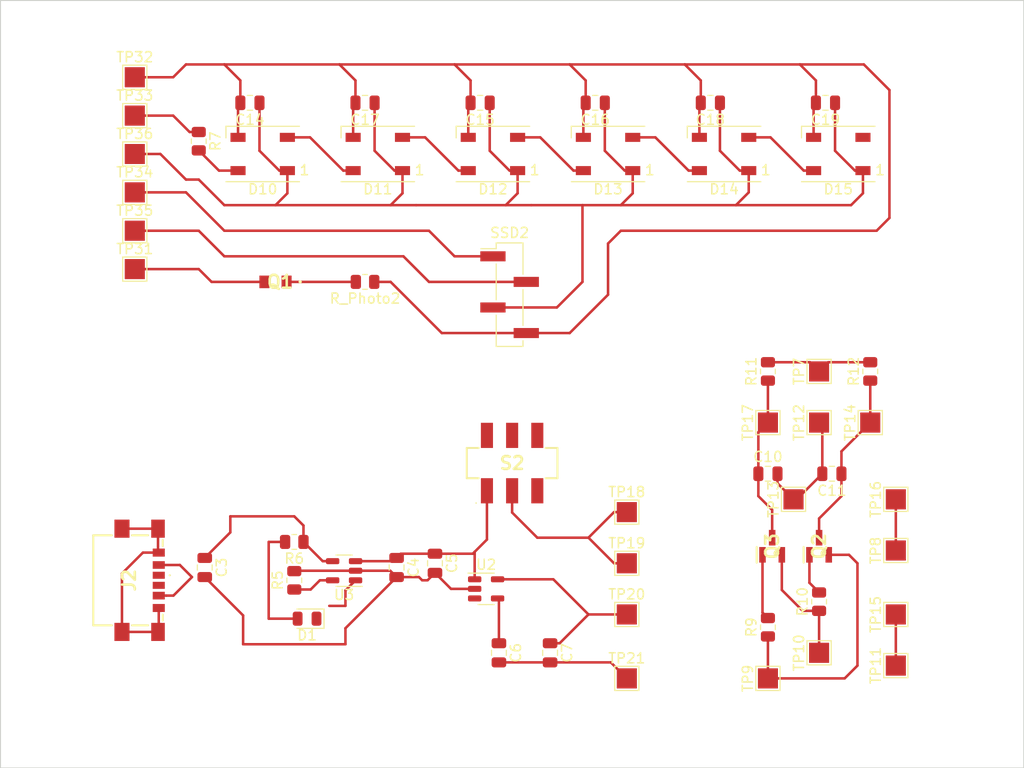
<source format=kicad_pcb>
(kicad_pcb (version 20221018) (generator pcbnew)
  (layers (0 "F.Cu" signal) (31 "B.Cu" signal) (34 "B.Paste" user) (35 "F.Paste" user) (36 "B.SilkS" user "B.Silkscreen") (37 "F.SilkS" user "F.Silkscreen") (38 "B.Mask" user) (39 "F.Mask" user) (44 "Edge.Cuts" user))
  (net 0 "")
  (net 1 "Net-(D10-VDD)")
  (net 2 "Net-(D10-VSS)")
  (net 3 "Net-(D10-DOUT)")
  (net 4 "Net-(D10-DIN)")
  (net 5 "Net-(D11-DOUT)")
  (net 6 "Net-(D12-DOUT)")
  (net 7 "Net-(D13-DOUT)")
  (net 8 "Net-(D14-DOUT)")
  (net 10 "Net-(R7-Pad1)")
  (net 11 "Net-(Q1-E)")
  (net 12 "Net-(SSD2-Pin_1)")
  (net 13 "Net-(SSD2-Pin_2)")
  (net 14 "Net-(Q1-C)")
  (net 15 "Net-(U3-V_{DD})")
  (net 16 "Net-(U2-GND)")
  (net 17 "Net-(U2-VIN)")
  (net 18 "Net-(U2-Bypass)")
  (net 19 "Net-(U2-VOUT)")
  (net 20 "Net-(Q3-D)")
  (net 21 "Net-(C10-Pad2)")
  (net 22 "Net-(Q2-D)")
  (net 23 "Net-(D1-K)")
  (net 24 "Net-(D1-A)")
  (net 27 "Net-(Q2-G)")
  (net 28 "Net-(Q2-S)")
  (net 29 "Net-(Q3-G)")
  (net 30 "Net-(Q3-S)")
  (net 31 "Net-(U3-PROG)")
  (net 32 "Net-(R11-Pad2)")
  (net 33 "Net-(S2-Pad2)")
  (net 38 "Net-(TP16-Pad1)")
  (net 39 "Net-(TP11-Pad1)")
  (footprint "TestPoint:TestPoint_Pad_2.0x2.0mm" (layer "F.Cu") (at 139.7 105.41 90)
    (fp_text reference "TP8" (at 0 -1.998 90) (layer "F.SilkS"))
    (fp_text value "TXD")
    (pad "1" smd rect (at 0 0 90) (size 2 2) (layers "F.Cu" "F.Mask") (net 38 "Net-(TP16-Pad1)"))
  )
  (footprint "TestPoint:TestPoint_Pad_2.0x2.0mm" (layer "F.Cu") (at 64.135 69.85)
    (fp_text reference "TP34" (at 0 -1.998) (layer "F.SilkS"))
    (fp_text value "SDA")
    (pad "1" smd rect (at 0 0) (size 2 2) (layers "F.Cu" "F.Mask") (net 12 "Net-(SSD2-Pin_1)"))
  )
  (footprint "Capacitor_SMD:C_0805_2012Metric" (layer "F.Cu") (at 90.13 107.1 -90)
    (fp_text reference "C4" (at 0 -1.68 90) (layer "F.SilkS"))
    (fp_text value "4.7µF")
    (pad "1" smd roundrect (at -0.95 0 270) (size 1 1.45) (layers "F.Cu" "F.Paste" "F.Mask") (net 17 "Net-(U2-VIN)"))
    (pad "2" smd roundrect (at 0.95 0 270) (size 1 1.45) (layers "F.Cu" "F.Paste" "F.Mask") (net 16 "Net-(U2-GND)"))
  )
  (footprint "TestPoint:TestPoint_Pad_2.0x2.0mm" (layer "F.Cu") (at 139.7 111.76 90)
    (fp_text reference "TP15" (at 0 -1.998 90) (layer "F.SilkS"))
    (fp_text value "FL_RXD")
    (pad "1" smd rect (at 0 0 90) (size 2 2) (layers "F.Cu" "F.Mask") (net 39 "Net-(TP11-Pad1)"))
  )
  (footprint "Resistor_SMD:R_0805_2012Metric" (layer "F.Cu") (at 137.16 87.63 90)
    (fp_text reference "R12" (at 0 -1.65 90) (layer "F.SilkS"))
    (fp_text value "10kΩ")
    (pad "1" smd roundrect (at -0.9125 0 90) (size 1.025 1.4) (layers "F.Cu" "F.Paste" "F.Mask") (roundrect_rratio 0.243902) (net 22 "Net-(Q2-D)"))
    (pad "2" smd roundrect (at 0.9125 0 90) (size 1.025 1.4) (layers "F.Cu" "F.Paste" "F.Mask") (roundrect_rratio 0.243902) (net 32 "Net-(R11-Pad2)"))
  )
  (footprint "LED_SMD:LED_WS2812B_PLCC4_5.0x5.0mm_P3.2mm" (layer "F.Cu") (at 88.265 66.04 180)
    (fp_text reference "D11" (at 0 -3.5) (layer "F.SilkS"))
    (fp_text value "WS2812B")
    (fp_text user "1" (at -4.15 -1.6) (layer "F.SilkS"))
    (pad "1" smd rect (at -2.45 -1.65 180) (size 1.5 0.9) (layers "F.Cu" "F.Paste" "F.Mask") (net 1 "Net-(D10-VDD)"))
    (pad "2" smd rect (at -2.45 1.65 180) (size 1.5 0.9) (layers "F.Cu" "F.Paste" "F.Mask") (net 5 "Net-(D11-DOUT)"))
    (pad "3" smd rect (at 2.45 1.65 180) (size 1.5 0.9) (layers "F.Cu" "F.Paste" "F.Mask") (net 2 "Net-(D10-VSS)"))
    (pad "4" smd rect (at 2.45 -1.65 180) (size 1.5 0.9) (layers "F.Cu" "F.Paste" "F.Mask") (net 3 "Net-(D10-DOUT)"))
  )
  (footprint "Capacitor_SMD:C_0805_2012Metric" (layer "F.Cu") (at 105.37 115.57 -90)
    (fp_text reference "C7" (at 0 -1.68 90) (layer "F.SilkS"))
    (fp_text value "1µF")
    (pad "1" smd roundrect (at -0.95 0 270) (size 1 1.45) (layers "F.Cu" "F.Paste" "F.Mask") (net 19 "Net-(U2-VOUT)"))
    (pad "2" smd roundrect (at 0.95 0 270) (size 1 1.45) (layers "F.Cu" "F.Paste" "F.Mask") (net 16 "Net-(U2-GND)"))
  )
  (footprint "Capacitor_SMD:C_0805_2012Metric" (layer "F.Cu") (at 127 97.79)
    (fp_text reference "C10" (at 0 -1.68) (layer "F.SilkS"))
    (fp_text value "0.1µF")
    (pad "1" smd roundrect (at -0.95 0) (size 1 1.45) (layers "F.Cu" "F.Paste" "F.Mask") (net 20 "Net-(Q3-D)"))
    (pad "2" smd roundrect (at 0.95 0) (size 1 1.45) (layers "F.Cu" "F.Paste" "F.Mask") (net 21 "Net-(C10-Pad2)"))
  )
  (footprint "Capacitor_SMD:C_0805_2012Metric" (layer "F.Cu") (at 71.08 107.1 -90)
    (fp_text reference "C3" (at 0 -1.68 90) (layer "F.SilkS"))
    (fp_text value "4.7µF")
    (pad "1" smd roundrect (at -0.95 0 270) (size 1 1.45) (layers "F.Cu" "F.Paste" "F.Mask") (net 15 "Net-(U3-V_{DD})"))
    (pad "2" smd roundrect (at 0.95 0 270) (size 1 1.45) (layers "F.Cu" "F.Paste" "F.Mask") (net 16 "Net-(U2-GND)"))
  )
  (footprint "LED_SMD:LED_0805_2012Metric" (layer "F.Cu") (at 81.24 112.18 180)
    (fp_text reference "D1" (at 0 -1.65) (layer "F.SilkS"))
    (fp_text value "LED")
    (pad "1" smd roundrect (at -0.9375 0 180) (size 0.975 1.4) (layers "F.Cu" "F.Paste" "F.Mask") (net 23 "Net-(D1-K)"))
    (pad "2" smd roundrect (at 0.9375 0 180) (size 0.975 1.4) (layers "F.Cu" "F.Paste" "F.Mask") (net 24 "Net-(D1-A)"))
  )
  (footprint "LED_SMD:LED_WS2812B_PLCC4_5.0x5.0mm_P3.2mm" (layer "F.Cu") (at 111.125 66.04 180)
    (fp_text reference "D13" (at 0 -3.5) (layer "F.SilkS"))
    (fp_text value "WS2812B")
    (fp_text user "1" (at -4.15 -1.6) (layer "F.SilkS"))
    (pad "1" smd rect (at -2.45 -1.65 180) (size 1.5 0.9) (layers "F.Cu" "F.Paste" "F.Mask") (net 1 "Net-(D10-VDD)"))
    (pad "2" smd rect (at -2.45 1.65 180) (size 1.5 0.9) (layers "F.Cu" "F.Paste" "F.Mask") (net 7 "Net-(D13-DOUT)"))
    (pad "3" smd rect (at 2.45 1.65 180) (size 1.5 0.9) (layers "F.Cu" "F.Paste" "F.Mask") (net 2 "Net-(D10-VSS)"))
    (pad "4" smd rect (at 2.45 -1.65 180) (size 1.5 0.9) (layers "F.Cu" "F.Paste" "F.Mask") (net 6 "Net-(D12-DOUT)"))
  )
  (footprint "Capacitor_SMD:C_0805_2012Metric" (layer "F.Cu") (at 100.29 115.57 -90)
    (fp_text reference "C6" (at 0 -1.68 90) (layer "F.SilkS"))
    (fp_text value "470pF")
    (pad "1" smd roundrect (at -0.95 0 270) (size 1 1.45) (layers "F.Cu" "F.Paste" "F.Mask") (net 18 "Net-(U2-Bypass)"))
    (pad "2" smd roundrect (at 0.95 0 270) (size 1 1.45) (layers "F.Cu" "F.Paste" "F.Mask") (net 16 "Net-(U2-GND)"))
  )
  (footprint "Capacitor_SMD:C_0805_2012Metric" (layer "F.Cu") (at 86.995 60.96 180)
    (fp_text reference "C17" (at 0 -1.68) (layer "F.SilkS"))
    (fp_text value "0.1µF")
    (pad "1" smd roundrect (at -0.95 0 180) (size 1 1.45) (layers "F.Cu" "F.Paste" "F.Mask") (net 1 "Net-(D10-VDD)"))
    (pad "2" smd roundrect (at 0.95 0 180) (size 1 1.45) (layers "F.Cu" "F.Paste" "F.Mask") (net 2 "Net-(D10-VSS)"))
  )
  (footprint "TestPoint:TestPoint_Pad_2.0x2.0mm" (layer "F.Cu") (at 64.135 66.04)
    (fp_text reference "TP36" (at 0 -1.998) (layer "F.SilkS"))
    (fp_text value "+4.4V")
    (pad "1" smd rect (at 0 0) (size 2 2) (layers "F.Cu" "F.Mask") (net 1 "Net-(D10-VDD)"))
  )
  (footprint "Resistor_SMD:R_0805_2012Metric" (layer "F.Cu") (at 132.08 110.49 90)
    (fp_text reference "R10" (at 0 -1.65 90) (layer "F.SilkS"))
    (fp_text value "10kΩ")
    (pad "1" smd roundrect (at -0.9125 0 90) (size 1.025 1.4) (layers "F.Cu" "F.Paste" "F.Mask") (roundrect_rratio 0.243902) (net 30 "Net-(Q3-S)"))
    (pad "2" smd roundrect (at 0.9125 0 90) (size 1.025 1.4) (layers "F.Cu" "F.Paste" "F.Mask") (roundrect_rratio 0.243902) (net 27 "Net-(Q2-G)"))
  )
  (footprint "TestPoint:TestPoint_Pad_2.0x2.0mm" (layer "F.Cu") (at 64.135 77.47)
    (fp_text reference "TP31" (at 0 -1.998) (layer "F.SilkS"))
    (fp_text value "GPIO_Photo")
    (pad "1" smd rect (at 0 0) (size 2 2) (layers "F.Cu" "F.Mask") (net 14 "Net-(Q1-C)"))
  )
  (footprint "SFH_3711:SFH3711" (layer "F.Cu") (at 78.105 78.74 180)
    (fp_text reference "Q1" (at -0.45 0 180) (layer "F.SilkS") (effects (font (size 1.27 1.27) (thickness 0.254))))
    (fp_text value "SFH_3711" hide)
    (pad "1" smd rect (at -1.1 0 180) (size 1 1.25) (layers "F.Cu" "F.Paste" "F.Mask") (net 11 "Net-(Q1-E)"))
    (pad "2" smd rect (at 1.1 0 180) (size 1 1.25) (layers "F.Cu" "F.Paste" "F.Mask") (net 14 "Net-(Q1-C)"))
  )
  (footprint "Connector_PinHeader_2.54mm:PinHeader_1x04_P2.54mm_Vertical_SMD_Pin1Left" (layer "F.Cu") (at 101.35 80.01)
    (fp_text reference "SSD2" (at 0 -6.14) (layer "F.SilkS"))
    (fp_text value "Conn_01x04_Pin")
    (pad "1" smd rect (at -1.655 -3.81) (size 2.51 1) (layers "F.Cu" "F.Paste" "F.Mask") (net 12 "Net-(SSD2-Pin_1)"))
    (pad "2" smd rect (at 1.655 -1.27) (size 2.51 1) (layers "F.Cu" "F.Paste" "F.Mask") (net 13 "Net-(SSD2-Pin_2)"))
    (pad "3" smd rect (at -1.655 1.27) (size 2.51 1) (layers "F.Cu" "F.Paste" "F.Mask") (net 1 "Net-(D10-VDD)"))
    (pad "4" smd rect (at 1.655 3.81) (size 2.51 1) (layers "F.Cu" "F.Paste" "F.Mask") (net 2 "Net-(D10-VSS)"))
  )
  (footprint "Resistor_SMD:R_0805_2012Metric" (layer "F.Cu") (at 79.97 108.37 90)
    (fp_text reference "R5" (at 0 -1.65 90) (layer "F.SilkS"))
    (fp_text value "2kΩ")
    (pad "1" smd roundrect (at -0.9125 0 90) (size 1.025 1.4) (layers "F.Cu" "F.Paste" "F.Mask") (roundrect_rratio 0.243902) (net 31 "Net-(U3-PROG)"))
    (pad "2" smd roundrect (at 0.9125 0 90) (size 1.025 1.4) (layers "F.Cu" "F.Paste" "F.Mask") (roundrect_rratio 0.243902) (net 16 "Net-(U2-GND)"))
  )
  (footprint "USB4135-GF-A:USB4135GFA" (layer "F.Cu") (at 63.46 108.37 -90)
    (fp_text reference "J2" (at 0 -0.102 90) (layer "F.SilkS") (effects (font (size 1.27 1.27) (thickness 0.254))))
    (fp_text value "USB4135-GF-A" hide)
    (pad "A5" smd rect (at -0.5 -3.055 270) (size 0.7 1.2) (layers "F.Cu" "F.Paste" "F.Mask"))
    (pad "A9" smd rect (at 1.52 -3.055 270) (size 0.76 1.2) (layers "F.Cu" "F.Paste" "F.Mask") (net 15 "Net-(U3-V_{DD})"))
    (pad "A12" smd rect (at 2.75 -3.055 270) (size 0.8 1.2) (layers "F.Cu" "F.Paste" "F.Mask") (net 16 "Net-(U2-GND)"))
    (pad "B5" smd rect (at 0.5 -3.055 270) (size 0.7 1.2) (layers "F.Cu" "F.Paste" "F.Mask"))
    (pad "B9" smd rect (at -1.52 -3.055 270) (size 0.76 1.2) (layers "F.Cu" "F.Paste" "F.Mask") (net 15 "Net-(U3-V_{DD})"))
    (pad "B12" smd rect (at -2.75 -3.055 270) (size 0.8 1.2) (layers "F.Cu" "F.Paste" "F.Mask") (net 16 "Net-(U2-GND)"))
    (pad "MP1" smd rect (at -5.125 -2.98) (size 1.35 1.8) (layers "F.Cu" "F.Paste" "F.Mask") (net 16 "Net-(U2-GND)"))
    (pad "MP2" smd rect (at 5.125 -2.98) (size 1.35 1.8) (layers "F.Cu" "F.Paste" "F.Mask") (net 16 "Net-(U2-GND)"))
    (pad "MP3" smd rect (at -5.125 0.6) (size 1.5 1.8) (layers "F.Cu" "F.Paste" "F.Mask") (net 16 "Net-(U2-GND)"))
    (pad "MP4" smd rect (at 5.125 0.6) (size 1.5 1.8) (layers "F.Cu" "F.Paste" "F.Mask") (net 16 "Net-(U2-GND)"))
  )
  (footprint "Resistor_SMD:R_0805_2012Metric" (layer "F.Cu") (at 70.485 64.77 -90)
    (fp_text reference "R7" (at 0 -1.65 90) (layer "F.SilkS"))
    (fp_text value "330Ω")
    (pad "1" smd roundrect (at -0.9125 0 270) (size 1.025 1.4) (layers "F.Cu" "F.Paste" "F.Mask") (roundrect_rratio 0.243902) (net 10 "Net-(R7-Pad1)"))
    (pad "2" smd roundrect (at 0.9125 0 270) (size 1.025 1.4) (layers "F.Cu" "F.Paste" "F.Mask") (roundrect_rratio 0.243902) (net 4 "Net-(D10-DIN)"))
  )
  (footprint "TestPoint:TestPoint_Pad_2.0x2.0mm" (layer "F.Cu") (at 64.135 62.23)
    (fp_text reference "TP33" (at 0 -1.998) (layer "F.SilkS"))
    (fp_text value "GPIO_Pixel")
    (pad "1" smd rect (at 0 0) (size 2 2) (layers "F.Cu" "F.Mask") (net 10 "Net-(R7-Pad1)"))
  )
  (footprint "TestPoint:TestPoint_Pad_2.0x2.0mm" (layer "F.Cu") (at 132.08 87.63 90)
    (fp_text reference "TP7" (at 0 -1.998 90) (layer "F.SilkS"))
    (fp_text value "+3.3V")
    (pad "1" smd rect (at 0 0 90) (size 2 2) (layers "F.Cu" "F.Mask") (net 32 "Net-(R11-Pad2)"))
  )
  (footprint "Package_TO_SOT_SMD:SOT-23-5" (layer "F.Cu") (at 84.9175 107.42 180)
    (fp_text reference "U3" (at 0 -2.4) (layer "F.SilkS"))
    (fp_text value "MCP73831-2-OT")
    (pad "1" smd roundrect (at -1.1375 -0.95 180) (size 1.325 0.6) (layers "F.Cu" "F.Paste" "F.Mask") (net 23 "Net-(D1-K)"))
    (pad "2" smd roundrect (at -1.1375 0 180) (size 1.325 0.6) (layers "F.Cu" "F.Paste" "F.Mask") (net 16 "Net-(U2-GND)"))
    (pad "3" smd roundrect (at -1.1375 0.95 180) (size 1.325 0.6) (layers "F.Cu" "F.Paste" "F.Mask") (net 17 "Net-(U2-VIN)"))
    (pad "4" smd roundrect (at 1.1375 0.95 180) (size 1.325 0.6) (layers "F.Cu" "F.Paste" "F.Mask") (net 15 "Net-(U3-V_{DD})"))
    (pad "5" smd roundrect (at 1.1375 -0.95 180) (size 1.325 0.6) (layers "F.Cu" "F.Paste" "F.Mask") (net 31 "Net-(U3-PROG)"))
  )
  (footprint "Capacitor_SMD:C_0805_2012Metric" (layer "F.Cu") (at 133.35 97.79 180)
    (fp_text reference "C11" (at 0 -1.68) (layer "F.SilkS"))
    (fp_text value "470nF")
    (pad "1" smd roundrect (at -0.95 0 180) (size 1 1.45) (layers "F.Cu" "F.Paste" "F.Mask") (net 22 "Net-(Q2-D)"))
    (pad "2" smd roundrect (at 0.95 0 180) (size 1 1.45) (layers "F.Cu" "F.Paste" "F.Mask") (net 21 "Net-(C10-Pad2)"))
  )
  (footprint "TestPoint:TestPoint_Pad_2.0x2.0mm" (layer "F.Cu") (at 127 118.11 90)
    (fp_text reference "TP9" (at 0 -1.998 90) (layer "F.SilkS"))
    (fp_text value "DTR")
    (pad "1" smd rect (at 0 0 90) (size 2 2) (layers "F.Cu" "F.Mask") (net 28 "Net-(Q2-S)"))
  )
  (footprint "Capacitor_SMD:C_0805_2012Metric" (layer "F.Cu") (at 98.425 60.96 180)
    (fp_text reference "C15" (at 0 -1.68) (layer "F.SilkS"))
    (fp_text value "0.1µF")
    (pad "1" smd roundrect (at -0.95 0 180) (size 1 1.45) (layers "F.Cu" "F.Paste" "F.Mask") (net 1 "Net-(D10-VDD)"))
    (pad "2" smd roundrect (at 0.95 0 180) (size 1 1.45) (layers "F.Cu" "F.Paste" "F.Mask") (net 2 "Net-(D10-VSS)"))
  )
  (footprint "Capacitor_SMD:C_0805_2012Metric" (layer "F.Cu") (at 93.94 106.68 -90)
    (fp_text reference "C5" (at 0 -1.68 90) (layer "F.SilkS"))
    (fp_text value "1µF")
    (pad "1" smd roundrect (at -0.95 0 270) (size 1 1.45) (layers "F.Cu" "F.Paste" "F.Mask") (net 17 "Net-(U2-VIN)"))
    (pad "2" smd roundrect (at 0.95 0 270) (size 1 1.45) (layers "F.Cu" "F.Paste" "F.Mask") (net 16 "Net-(U2-GND)"))
  )
  (footprint "JS202011SCQN:JS202011SCQN" (layer "F.Cu") (at 101.6 96.73)
    (fp_text reference "S2" (at 0 0.002) (layer "F.SilkS") (effects (font (size 1.27 1.27) (thickness 0.254))))
    (fp_text value "JS202011SCQN" hide)
    (pad "1" smd rect (at -2.5 2.75) (size 1.2 2.5) (layers "F.Cu" "F.Paste" "F.Mask") (net 17 "Net-(U2-VIN)"))
    (pad "2" smd rect (at 0 2.75) (size 1.2 2.5) (layers "F.Cu" "F.Paste" "F.Mask") (net 33 "Net-(S2-Pad2)"))
    (pad "3" smd rect (at 2.5 2.75) (size 1.2 2.5) (layers "F.Cu" "F.Paste" "F.Mask"))
    (pad "4" smd rect (at 2.5 -2.75) (size 1.2 2.5) (layers "F.Cu" "F.Paste" "F.Mask"))
    (pad "5" smd rect (at 0 -2.75) (size 1.2 2.5) (layers "F.Cu" "F.Paste" "F.Mask"))
    (pad "6" smd rect (at -2.5 -2.75) (size 1.2 2.5) (layers "F.Cu" "F.Paste" "F.Mask"))
  )
  (footprint "TestPoint:TestPoint_Pad_2.0x2.0mm" (layer "F.Cu") (at 112.99 118.11)
    (fp_text reference "TP21" (at 0 -1.998) (layer "F.SilkS"))
    (fp_text value "GND")
    (pad "1" smd rect (at 0 0) (size 2 2) (layers "F.Cu" "F.Mask") (net 16 "Net-(U2-GND)"))
  )
  (footprint "Resistor_SMD:R_0805_2012Metric" (layer "F.Cu") (at 127 87.63 90)
    (fp_text reference "R11" (at 0 -1.65 90) (layer "F.SilkS"))
    (fp_text value "10kΩ")
    (pad "1" smd roundrect (at -0.9125 0 90) (size 1.025 1.4) (layers "F.Cu" "F.Paste" "F.Mask") (roundrect_rratio 0.243902) (net 20 "Net-(Q3-D)"))
    (pad "2" smd roundrect (at 0.9125 0 90) (size 1.025 1.4) (layers "F.Cu" "F.Paste" "F.Mask") (roundrect_rratio 0.243902) (net 32 "Net-(R11-Pad2)"))
  )
  (footprint "Resistor_SMD:R_0805_2012Metric" (layer "F.Cu") (at 86.995 78.74 180)
    (fp_text reference "R_Photo2" (at 0 -1.65) (layer "F.SilkS"))
    (fp_text value "0Ω")
    (pad "1" smd roundrect (at -0.9125 0 180) (size 1.025 1.4) (layers "F.Cu" "F.Paste" "F.Mask") (roundrect_rratio 0.243902) (net 2 "Net-(D10-VSS)"))
    (pad "2" smd roundrect (at 0.9125 0 180) (size 1.025 1.4) (layers "F.Cu" "F.Paste" "F.Mask") (roundrect_rratio 0.243902) (net 11 "Net-(Q1-E)"))
  )
  (footprint "Resistor_SMD:R_0805_2012Metric" (layer "F.Cu") (at 127 113.03 90)
    (fp_text reference "R9" (at 0 -1.65 90) (layer "F.SilkS"))
    (fp_text value "10kΩ")
    (pad "1" smd roundrect (at -0.9125 0 90) (size 1.025 1.4) (layers "F.Cu" "F.Paste" "F.Mask") (roundrect_rratio 0.243902) (net 28 "Net-(Q2-S)"))
    (pad "2" smd roundrect (at 0.9125 0 90) (size 1.025 1.4) (layers "F.Cu" "F.Paste" "F.Mask") (roundrect_rratio 0.243902) (net 29 "Net-(Q3-G)"))
  )
  (footprint "TestPoint:TestPoint_Pad_2.0x2.0mm" (layer "F.Cu") (at 139.7 100.33 90)
    (fp_text reference "TP16" (at 0 -1.998 90) (layer "F.SilkS"))
    (fp_text value "FL_TXD")
    (pad "1" smd rect (at 0 0 90) (size 2 2) (layers "F.Cu" "F.Mask") (net 38 "Net-(TP16-Pad1)"))
  )
  (footprint "Package_TO_SOT_SMD:SOT-23-5" (layer "F.Cu") (at 99.02 109.22)
    (fp_text reference "U2" (at 0 -2.4) (layer "F.SilkS"))
    (fp_text value "TC1185-xCT")
    (pad "1" smd roundrect (at -1.1375 -0.95) (size 1.325 0.6) (layers "F.Cu" "F.Paste" "F.Mask") (net 17 "Net-(U2-VIN)"))
    (pad "2" smd roundrect (at -1.1375 0) (size 1.325 0.6) (layers "F.Cu" "F.Paste" "F.Mask") (net 16 "Net-(U2-GND)"))
    (pad "3" smd roundrect (at -1.1375 0.95) (size 1.325 0.6) (layers "F.Cu" "F.Paste" "F.Mask") (net 17 "Net-(U2-VIN)"))
    (pad "4" smd roundrect (at 1.1375 0.95) (size 1.325 0.6) (layers "F.Cu" "F.Paste" "F.Mask") (net 18 "Net-(U2-Bypass)"))
    (pad "5" smd roundrect (at 1.1375 -0.95) (size 1.325 0.6) (layers "F.Cu" "F.Paste" "F.Mask") (net 19 "Net-(U2-VOUT)"))
  )
  (footprint "LED_SMD:LED_WS2812B_PLCC4_5.0x5.0mm_P3.2mm" (layer "F.Cu") (at 122.645 66.04 180)
    (fp_text reference "D14" (at 0 -3.5) (layer "F.SilkS"))
    (fp_text value "WS2812B")
    (fp_text user "1" (at -4.15 -1.6) (layer "F.SilkS"))
    (pad "1" smd rect (at -2.45 -1.65 180) (size 1.5 0.9) (layers "F.Cu" "F.Paste" "F.Mask") (net 1 "Net-(D10-VDD)"))
    (pad "2" smd rect (at -2.45 1.65 180) (size 1.5 0.9) (layers "F.Cu" "F.Paste" "F.Mask") (net 8 "Net-(D14-DOUT)"))
    (pad "3" smd rect (at 2.45 1.65 180) (size 1.5 0.9) (layers "F.Cu" "F.Paste" "F.Mask") (net 2 "Net-(D10-VSS)"))
    (pad "4" smd rect (at 2.45 -1.65 180) (size 1.5 0.9) (layers "F.Cu" "F.Paste" "F.Mask") (net 7 "Net-(D13-DOUT)"))
  )
  (footprint "TestPoint:TestPoint_Pad_2.0x2.0mm" (layer "F.Cu") (at 127 92.71 90)
    (fp_text reference "TP17" (at 0 -1.998 90) (layer "F.SilkS"))
    (fp_text value "FL_RST")
    (pad "1" smd rect (at 0 0 90) (size 2 2) (layers "F.Cu" "F.Mask") (net 20 "Net-(Q3-D)"))
  )
  (footprint "LED_SMD:LED_WS2812B_PLCC4_5.0x5.0mm_P3.2mm" (layer "F.Cu") (at 133.985 66.04 180)
    (fp_text reference "D15" (at 0 -3.5) (layer "F.SilkS"))
    (fp_text value "WS2812B")
    (fp_text user "1" (at -4.15 -1.6) (layer "F.SilkS"))
    (pad "1" smd rect (at -2.45 -1.65 180) (size 1.5 0.9) (layers "F.Cu" "F.Paste" "F.Mask") (net 1 "Net-(D10-VDD)"))
    (pad "2" smd rect (at -2.45 1.65 180) (size 1.5 0.9) (layers "F.Cu" "F.Paste" "F.Mask"))
    (pad "3" smd rect (at 2.45 1.65 180) (size 1.5 0.9) (layers "F.Cu" "F.Paste" "F.Mask") (net 2 "Net-(D10-VSS)"))
    (pad "4" smd rect (at 2.45 -1.65 180) (size 1.5 0.9) (layers "F.Cu" "F.Paste" "F.Mask") (net 8 "Net-(D14-DOUT)"))
  )
  (footprint "TestPoint:TestPoint_Pad_2.0x2.0mm" (layer "F.Cu") (at 132.08 92.71 90)
    (fp_text reference "TP12" (at 0 -1.998 90) (layer "F.SilkS"))
    (fp_text value "GND")
    (pad "1" smd rect (at 0 0 90) (size 2 2) (layers "F.Cu" "F.Mask") (net 21 "Net-(C10-Pad2)"))
  )
  (footprint "TestPoint:TestPoint_Pad_2.0x2.0mm" (layer "F.Cu") (at 129.54 100.33 90)
    (fp_text reference "TP13" (at 0 -1.998 90) (layer "F.SilkS"))
    (fp_text value "GND")
    (pad "1" smd rect (at 0 0 90) (size 2 2) (layers "F.Cu" "F.Mask") (net 21 "Net-(C10-Pad2)"))
  )
  (footprint "2N7002:SOT96P240X120-3N" (layer "F.Cu") (at 127.42 104.99 90)
    (fp_text reference "Q3" (at 0 0 90) (layer "F.SilkS") (effects (font (size 1.27 1.27) (thickness 0.254))))
    (fp_text value "2N7002" hide)
    (pad "1" smd rect (at -0.85 -0.96 180) (size 0.65 1.55) (layers "F.Cu" "F.Paste" "F.Mask") (net 29 "Net-(Q3-G)"))
    (pad "2" smd rect (at -0.85 0.96 180) (size 0.65 1.55) (layers "F.Cu" "F.Paste" "F.Mask") (net 30 "Net-(Q3-S)"))
    (pad "3" smd rect (at 0.85 0 180) (size 0.65 1.55) (layers "F.Cu" "F.Paste" "F.Mask") (net 20 "Net-(Q3-D)"))
  )
  (footprint "Capacitor_SMD:C_0805_2012Metric" (layer "F.Cu") (at 109.855 60.96 180)
    (fp_text reference "C16" (at 0 -1.68) (layer "F.SilkS"))
    (fp_text value "0.1µF")
    (pad "1" smd roundrect (at -0.95 0 180) (size 1 1.45) (layers "F.Cu" "F.Paste" "F.Mask") (net 1 "Net-(D10-VDD)"))
    (pad "2" smd roundrect (at 0.95 0 180) (size 1 1.45) (layers "F.Cu" "F.Paste" "F.Mask") (net 2 "Net-(D10-VSS)"))
  )
  (footprint "LED_SMD:LED_WS2812B_PLCC4_5.0x5.0mm_P3.2mm" (layer "F.Cu") (at 99.695 66.04 180)
    (fp_text reference "D12" (at 0 -3.5) (layer "F.SilkS"))
    (fp_text value "WS2812B")
    (fp_text user "1" (at -4.15 -1.6) (layer "F.SilkS"))
    (pad "1" smd rect (at -2.45 -1.65 180) (size 1.5 0.9) (layers "F.Cu" "F.Paste" "F.Mask") (net 1 "Net-(D10-VDD)"))
    (pad "2" smd rect (at -2.45 1.65 180) (size 1.5 0.9) (layers "F.Cu" "F.Paste" "F.Mask") (net 6 "Net-(D12-DOUT)"))
    (pad "3" smd rect (at 2.45 1.65 180) (size 1.5 0.9) (layers "F.Cu" "F.Paste" "F.Mask") (net 2 "Net-(D10-VSS)"))
    (pad "4" smd rect (at 2.45 -1.65 180) (size 1.5 0.9) (layers "F.Cu" "F.Paste" "F.Mask") (net 5 "Net-(D11-DOUT)"))
  )
  (footprint "TestPoint:TestPoint_Pad_2.0x2.0mm" (layer "F.Cu") (at 132.08 115.57 90)
    (fp_text reference "TP10" (at 0 -1.998 90) (layer "F.SilkS"))
    (fp_text value "RTS")
    (pad "1" smd rect (at 0 0 90) (size 2 2) (layers "F.Cu" "F.Mask") (net 30 "Net-(Q3-S)"))
  )
  (footprint "TestPoint:TestPoint_Pad_2.0x2.0mm" (layer "F.Cu") (at 112.99 106.68)
    (fp_text reference "TP19" (at 0 -1.998) (layer "F.SilkS"))
    (fp_text value "VBat")
    (pad "1" smd rect (at 0 0) (size 2 2) (layers "F.Cu" "F.Mask") (net 33 "Net-(S2-Pad2)"))
  )
  (footprint "TestPoint:TestPoint_Pad_2.0x2.0mm" (layer "F.Cu") (at 112.99 101.6)
    (fp_text reference "TP18" (at 0 -1.998) (layer "F.SilkS"))
    (fp_text value "+4.2V")
    (pad "1" smd rect (at 0 0) (size 2 2) (layers "F.Cu" "F.Mask") (net 33 "Net-(S2-Pad2)"))
  )
  (footprint "TestPoint:TestPoint_Pad_2.0x2.0mm" (layer "F.Cu") (at 139.7 116.84 90)
    (fp_text reference "TP11" (at 0 -1.998 90) (layer "F.SilkS"))
    (fp_text value "RXD")
    (pad "1" smd rect (at 0 0 90) (size 2 2) (layers "F.Cu" "F.Mask") (net 39 "Net-(TP11-Pad1)"))
  )
  (footprint "Capacitor_SMD:C_0805_2012Metric" (layer "F.Cu") (at 121.285 60.96 180)
    (fp_text reference "C18" (at 0 -1.68) (layer "F.SilkS"))
    (fp_text value "0.1µF")
    (pad "1" smd roundrect (at -0.95 0 180) (size 1 1.45) (layers "F.Cu" "F.Paste" "F.Mask") (net 1 "Net-(D10-VDD)"))
    (pad "2" smd roundrect (at 0.95 0 180) (size 1 1.45) (layers "F.Cu" "F.Paste" "F.Mask") (net 2 "Net-(D10-VSS)"))
  )
  (footprint "Resistor_SMD:R_0805_2012Metric" (layer "F.Cu") (at 79.97 104.56 180)
    (fp_text reference "R6" (at 0 -1.65) (layer "F.SilkS"))
    (fp_text value "330Ω")
    (pad "1" smd roundrect (at -0.9125 0 180) (size 1.025 1.4) (layers "F.Cu" "F.Paste" "F.Mask") (roundrect_rratio 0.243902) (net 15 "Net-(U3-V_{DD})"))
    (pad "2" smd roundrect (at 0.9125 0 180) (size 1.025 1.4) (layers "F.Cu" "F.Paste" "F.Mask") (roundrect_rratio 0.243902) (net 24 "Net-(D1-A)"))
  )
  (footprint "LED_SMD:LED_WS2812B_PLCC4_5.0x5.0mm_P3.2mm" (layer "F.Cu") (at 76.835 66.04 180)
    (fp_text reference "D10" (at 0 -3.5) (layer "F.SilkS"))
    (fp_text value "WS2812B")
    (fp_text user "1" (at -4.15 -1.6) (layer "F.SilkS"))
    (pad "1" smd rect (at -2.45 -1.65 180) (size 1.5 0.9) (layers "F.Cu" "F.Paste" "F.Mask") (net 1 "Net-(D10-VDD)"))
    (pad "2" smd rect (at -2.45 1.65 180) (size 1.5 0.9) (layers "F.Cu" "F.Paste" "F.Mask") (net 3 "Net-(D10-DOUT)"))
    (pad "3" smd rect (at 2.45 1.65 180) (size 1.5 0.9) (layers "F.Cu" "F.Paste" "F.Mask") (net 2 "Net-(D10-VSS)"))
    (pad "4" smd rect (at 2.45 -1.65 180) (size 1.5 0.9) (layers "F.Cu" "F.Paste" "F.Mask") (net 4 "Net-(D10-DIN)"))
  )
  (footprint "TestPoint:TestPoint_Pad_2.0x2.0mm" (layer "F.Cu") (at 64.135 73.66)
    (fp_text reference "TP35" (at 0 -1.998) (layer "F.SilkS"))
    (fp_text value "SCL")
    (pad "1" smd rect (at 0 0) (size 2 2) (layers "F.Cu" "F.Mask") (net 13 "Net-(SSD2-Pin_2)"))
  )
  (footprint "2N7002:SOT96P240X120-3N" (layer "F.Cu") (at 132.08 104.99 90)
    (fp_text reference "Q2" (at 0 0 90) (layer "F.SilkS") (effects (font (size 1.27 1.27) (thickness 0.254))))
    (fp_text value "2N7002" hide)
    (pad "1" smd rect (at -0.85 -0.96 180) (size 0.65 1.55) (layers "F.Cu" "F.Paste" "F.Mask") (net 27 "Net-(Q2-G)"))
    (pad "2" smd rect (at -0.85 0.96 180) (size 0.65 1.55) (layers "F.Cu" "F.Paste" "F.Mask") (net 28 "Net-(Q2-S)"))
    (pad "3" smd rect (at 0.85 0 180) (size 0.65 1.55) (layers "F.Cu" "F.Paste" "F.Mask") (net 22 "Net-(Q2-D)"))
  )
  (footprint "TestPoint:TestPoint_Pad_2.0x2.0mm" (layer "F.Cu") (at 64.135 58.42)
    (fp_text reference "TP32" (at 0 -1.998) (layer "F.SilkS"))
    (fp_text value "GND")
    (pad "1" smd rect (at 0 0) (size 2 2) (layers "F.Cu" "F.Mask") (net 2 "Net-(D10-VSS)"))
  )
  (footprint "TestPoint:TestPoint_Pad_2.0x2.0mm" (layer "F.Cu") (at 137.16 92.71 90)
    (fp_text reference "TP14" (at 0 -1.998 90) (layer "F.SilkS"))
    (fp_text value "FL_EN")
    (pad "1" smd rect (at 0 0 90) (size 2 2) (layers "F.Cu" "F.Mask") (net 22 "Net-(Q2-D)"))
  )
  (footprint "Capacitor_SMD:C_0805_2012Metric" (layer "F.Cu") (at 132.715 60.96 180)
    (fp_text reference "C19" (at 0 -1.68) (layer "F.SilkS"))
    (fp_text value "0.1µF")
    (pad "1" smd roundrect (at -0.95 0 180) (size 1 1.45) (layers "F.Cu" "F.Paste" "F.Mask") (net 1 "Net-(D10-VDD)"))
    (pad "2" smd roundrect (at 0.95 0 180) (size 1 1.45) (layers "F.Cu" "F.Paste" "F.Mask") (net 2 "Net-(D10-VSS)"))
  )
  (footprint "TestPoint:TestPoint_Pad_2.0x2.0mm" (layer "F.Cu") (at 112.99 111.76)
    (fp_text reference "TP20" (at 0 -1.998) (layer "F.SilkS"))
    (fp_text value "+3.3V")
    (pad "1" smd rect (at 0 0) (size 2 2) (layers "F.Cu" "F.Mask") (net 19 "Net-(U2-VOUT)"))
  )
  (footprint "Capacitor_SMD:C_0805_2012Metric" (layer "F.Cu") (at 75.565 60.96 180)
    (fp_text reference "C14" (at 0 -1.68) (layer "F.SilkS"))
    (fp_text value "0.1µF")
    (pad "1" smd roundrect (at -0.95 0 180) (size 1 1.45) (layers "F.Cu" "F.Paste" "F.Mask") (net 1 "Net-(D10-VDD)"))
    (pad "2" smd roundrect (at 0.95 0 180) (size 1 1.45) (layers "F.Cu" "F.Paste" "F.Mask") (net 2 "Net-(D10-VSS)"))
  )
  (gr_rect (start 50.8 50.8) (end 152.4 127) (stroke (width 0.1)) (fill none) (layer "Edge.Cuts"))
  (segment (start 122.235 65.72) (end 122.235 60.96) (width 0.25) (layer "F.Cu") (net 1))
  (segment (start 136.435 67.69) (end 136.435 69.94) (width 0.25) (layer "F.Cu") (net 1))
  (segment (start 89.535 71.12) (end 78.105 71.12) (width 0.25) (layer "F.Cu") (net 1))
  (segment (start 136.435 69.94) (end 135.255 71.12) (width 0.25) (layer "F.Cu") (net 1))
  (segment (start 101.345 67.69) (end 99.375 65.72) (width 0.25) (layer "F.Cu") (net 1))
  (segment (start 100.965 71.12) (end 103.505 71.12) (width 0.25) (layer "F.Cu") (net 1))
  (segment (start 99.695 81.28) (end 106.045 81.28) (width 0.25) (layer "F.Cu") (net 1))
  (segment (start 106.045 81.28) (end 108.585 78.74) (width 0.25) (layer "F.Cu") (net 1))
  (segment (start 73.025 71.12) (end 70.485 68.58) (width 0.25) (layer "F.Cu") (net 1))
  (segment (start 112.775 67.69) (end 110.805 65.72) (width 0.25) (layer "F.Cu") (net 1))
  (segment (start 108.585 71.12) (end 112.395 71.12) (width 0.25) (layer "F.Cu") (net 1))
  (segment (start 90.715 67.69) (end 89.915 67.69) (width 0.25) (layer "F.Cu") (net 1))
  (segment (start 89.915 67.69) (end 87.945 65.72) (width 0.25) (layer "F.Cu") (net 1))
  (segment (start 70.485 68.58) (end 69.215 68.58) (width 0.25) (layer "F.Cu") (net 1))
  (segment (start 90.715 69.94) (end 89.535 71.12) (width 0.25) (layer "F.Cu") (net 1))
  (segment (start 113.575 67.69) (end 113.575 69.94) (width 0.25) (layer "F.Cu") (net 1))
  (segment (start 102.145 67.69) (end 102.145 69.94) (width 0.25) (layer "F.Cu") (net 1))
  (segment (start 125.095 67.69) (end 124.205 67.69) (width 0.25) (layer "F.Cu") (net 1))
  (segment (start 89.535 71.12) (end 92.075 71.12) (width 0.25) (layer "F.Cu") (net 1))
  (segment (start 79.285 67.69) (end 79.285 69.94) (width 0.25) (layer "F.Cu") (net 1))
  (segment (start 125.095 69.85) (end 123.825 71.12) (width 0.25) (layer "F.Cu") (net 1))
  (segment (start 110.805 65.72) (end 110.805 60.96) (width 0.25) (layer "F.Cu") (net 1))
  (segment (start 136.435 67.69) (end 135.635 67.69) (width 0.25) (layer "F.Cu") (net 1))
  (segment (start 78.485 67.69) (end 79.285 67.69) (width 0.25) (layer "F.Cu") (net 1))
  (segment (start 99.375 65.72) (end 99.375 60.96) (width 0.25) (layer "F.Cu") (net 1))
  (segment (start 124.205 67.69) (end 122.235 65.72) (width 0.25) (layer "F.Cu") (net 1))
  (segment (start 113.575 67.69) (end 112.775 67.69) (width 0.25) (layer "F.Cu") (net 1))
  (segment (start 112.395 71.12) (end 123.825 71.12) (width 0.25) (layer "F.Cu") (net 1))
  (segment (start 90.715 67.69) (end 90.715 69.94) (width 0.25) (layer "F.Cu") (net 1))
  (segment (start 133.665 65.72) (end 133.665 60.96) (width 0.25) (layer "F.Cu") (net 1))
  (segment (start 66.675 66.04) (end 64.135 66.04) (width 0.25) (layer "F.Cu") (net 1))
  (segment (start 69.215 68.58) (end 66.675 66.04) (width 0.25) (layer "F.Cu") (net 1))
  (segment (start 103.505 71.12) (end 108.585 71.12) (width 0.25) (layer "F.Cu") (net 1))
  (segment (start 135.255 71.12) (end 123.825 71.12) (width 0.25) (layer "F.Cu") (net 1))
  (segment (start 113.575 69.94) (end 112.395 71.12) (width 0.25) (layer "F.Cu") (net 1))
  (segment (start 108.585 78.74) (end 108.585 71.12) (width 0.25) (layer "F.Cu") (net 1))
  (segment (start 76.515 60.96) (end 76.515 65.72) (width 0.25) (layer "F.Cu") (net 1))
  (segment (start 87.945 65.72) (end 87.945 60.96) (width 0.25) (layer "F.Cu") (net 1))
  (segment (start 135.635 67.69) (end 133.665 65.72) (width 0.25) (layer "F.Cu") (net 1))
  (segment (start 102.145 69.94) (end 100.965 71.12) (width 0.25) (layer "F.Cu") (net 1))
  (segment (start 78.105 71.12) (end 73.025 71.12) (width 0.25) (layer "F.Cu") (net 1))
  (segment (start 76.515 65.72) (end 78.485 67.69) (width 0.25) (layer "F.Cu") (net 1))
  (segment (start 79.285 69.94) (end 78.105 71.12) (width 0.25) (layer "F.Cu") (net 1))
  (segment (start 125.095 67.69) (end 125.095 69.85) (width 0.25) (layer "F.Cu") (net 1))
  (segment (start 92.075 71.12) (end 100.965 71.12) (width 0.25) (layer "F.Cu") (net 1))
  (segment (start 102.145 67.69) (end 101.345 67.69) (width 0.25) (layer "F.Cu") (net 1))
  (segment (start 97.245 64.39) (end 97.245 61.19) (width 0.25) (layer "F.Cu") (net 2))
  (segment (start 64.135 58.42) (end 67.945 58.42) (width 0.25) (layer "F.Cu") (net 2))
  (segment (start 108.675 64.39) (end 108.675 61.19) (width 0.25) (layer "F.Cu") (net 2))
  (segment (start 111.125 74.93) (end 111.125 80.01) (width 0.25) (layer "F.Cu") (net 2))
  (segment (start 120.195 64.39) (end 120.195 61.1) (width 0.25) (layer "F.Cu") (net 2))
  (segment (start 111.125 80.01) (end 107.315 83.82) (width 0.25) (layer "F.Cu") (net 2))
  (segment (start 131.765 60.96) (end 131.765 58.74) (width 0.25) (layer "F.Cu") (net 2))
  (segment (start 97.475 58.74) (end 95.885 57.15) (width 0.25) (layer "F.Cu") (net 2))
  (segment (start 74.385 61.19) (end 74.615 60.96) (width 0.25) (layer "F.Cu") (net 2))
  (segment (start 107.315 57.15) (end 118.745 57.15) (width 0.25) (layer "F.Cu") (net 2))
  (segment (start 85.815 64.39) (end 85.815 61.19) (width 0.25) (layer "F.Cu") (net 2))
  (segment (start 85.815 61.19) (end 86.045 60.96) (width 0.25) (layer "F.Cu") (net 2))
  (segment (start 131.765 58.74) (end 130.175 57.15) (width 0.25) (layer "F.Cu") (net 2))
  (segment (start 84.455 57.15) (end 95.885 57.15) (width 0.25) (layer "F.Cu") (net 2))
  (segment (start 69.215 57.15) (end 73.025 57.15) (width 0.25) (layer "F.Cu") (net 2))
  (segment (start 89.535 78.74) (end 94.615 83.82) (width 0.25) (layer "F.Cu") (net 2))
  (segment (start 112.395 73.66) (end 111.125 74.93) (width 0.25) (layer "F.Cu") (net 2))
  (segment (start 136.525 57.15) (end 139.065 59.69) (width 0.25) (layer "F.Cu") (net 2))
  (segment (start 97.475 60.96) (end 97.475 58.74) (width 0.25) (layer "F.Cu") (net 2))
  (segment (start 74.615 58.74) (end 73.025 57.15) (width 0.25) (layer "F.Cu") (net 2))
  (segment (start 108.905 58.74) (end 107.315 57.15) (width 0.25) (layer "F.Cu") (net 2))
  (segment (start 108.905 60.96) (end 108.905 58.74) (width 0.25) (layer "F.Cu") (net 2))
  (segment (start 86.045 58.74) (end 84.455 57.15) (width 0.25) (layer "F.Cu") (net 2))
  (segment (start 73.025 57.15) (end 84.455 57.15) (width 0.25) (layer "F.Cu") (net 2))
  (segment (start 137.795 73.66) (end 112.395 73.66) (width 0.25) (layer "F.Cu") (net 2))
  (segment (start 67.945 58.42) (end 69.215 57.15) (width 0.25) (layer "F.Cu") (net 2))
  (segment (start 120.335 58.74) (end 118.745 57.15) (width 0.25) (layer "F.Cu") (net 2))
  (segment (start 131.535 64.39) (end 131.535 61.19) (width 0.25) (layer "F.Cu") (net 2))
  (segment (start 131.535 61.19) (end 131.765 60.96) (width 0.25) (layer "F.Cu") (net 2))
  (segment (start 120.195 61.1) (end 120.335 60.96) (width 0.25) (layer "F.Cu") (net 2))
  (segment (start 86.045 60.96) (end 86.045 58.74) (width 0.25) (layer "F.Cu") (net 2))
  (segment (start 139.065 72.39) (end 137.795 73.66) (width 0.25) (layer "F.Cu") (net 2))
  (segment (start 130.175 57.15) (end 136.525 57.15) (width 0.25) (layer "F.Cu") (net 2))
  (segment (start 95.885 57.15) (end 107.315 57.15) (width 0.25) (layer "F.Cu") (net 2))
  (segment (start 118.745 57.15) (end 130.175 57.15) (width 0.25) (layer "F.Cu") (net 2))
  (segment (start 74.385 64.39) (end 74.385 61.19) (width 0.25) (layer "F.Cu") (net 2))
  (segment (start 94.615 83.82) (end 103.005 83.82) (width 0.25) (layer "F.Cu") (net 2))
  (segment (start 139.065 59.69) (end 139.065 72.39) (width 0.25) (layer "F.Cu") (net 2))
  (segment (start 120.335 60.96) (end 120.335 58.74) (width 0.25) (layer "F.Cu") (net 2))
  (segment (start 108.675 61.19) (end 108.905 60.96) (width 0.25) (layer "F.Cu") (net 2))
  (segment (start 97.245 61.19) (end 97.475 60.96) (width 0.25) (layer "F.Cu") (net 2))
  (segment (start 107.315 83.82) (end 103.005 83.82) (width 0.25) (layer "F.Cu") (net 2))
  (segment (start 74.615 60.96) (end 74.615 58.74) (width 0.25) (layer "F.Cu") (net 2))
  (segment (start 87.9075 78.74) (end 89.535 78.74) (width 0.25) (layer "F.Cu") (net 2))
  (segment (start 81.535 64.39) (end 84.835 67.69) (width 0.25) (layer "F.Cu") (net 3))
  (segment (start 84.835 67.69) (end 85.815 67.69) (width 0.25) (layer "F.Cu") (net 3))
  (segment (start 79.285 64.39) (end 81.535 64.39) (width 0.25) (layer "F.Cu") (net 3))
  (segment (start 72.4925 67.69) (end 70.485 65.6825) (width 0.25) (layer "F.Cu") (net 4))
  (segment (start 74.385 67.69) (end 72.4925 67.69) (width 0.25) (layer "F.Cu") (net 4))
  (segment (start 90.715 64.39) (end 92.965 64.39) (width 0.25) (layer "F.Cu") (net 5))
  (segment (start 96.265 67.69) (end 97.245 67.69) (width 0.25) (layer "F.Cu") (net 5))
  (segment (start 92.965 64.39) (end 96.265 67.69) (width 0.25) (layer "F.Cu") (net 5))
  (segment (start 104.395 64.39) (end 107.695 67.69) (width 0.25) (layer "F.Cu") (net 6))
  (segment (start 107.695 67.69) (end 108.675 67.69) (width 0.25) (layer "F.Cu") (net 6))
  (segment (start 102.145 64.39) (end 104.395 64.39) (width 0.25) (layer "F.Cu") (net 6))
  (segment (start 115.825 64.39) (end 119.125 67.69) (width 0.25) (layer "F.Cu") (net 7))
  (segment (start 113.575 64.39) (end 115.825 64.39) (width 0.25) (layer "F.Cu") (net 7))
  (segment (start 119.125 67.69) (end 120.195 67.69) (width 0.25) (layer "F.Cu") (net 7))
  (segment (start 130.555 67.69) (end 131.535 67.69) (width 0.25) (layer "F.Cu") (net 8))
  (segment (start 125.095 64.39) (end 127.255 64.39) (width 0.25) (layer "F.Cu") (net 8))
  (segment (start 127.255 64.39) (end 130.555 67.69) (width 0.25) (layer "F.Cu") (net 8))
  (segment (start 67.945 62.23) (end 69.5725 63.8575) (width 0.25) (layer "F.Cu") (net 10))
  (segment (start 69.5725 63.8575) (end 70.485 63.8575) (width 0.25) (layer "F.Cu") (net 10))
  (segment (start 64.135 62.23) (end 67.945 62.23) (width 0.25) (layer "F.Cu") (net 10))
  (segment (start 79.205 78.74) (end 86.0825 78.74) (width 0.25) (layer "F.Cu") (net 11))
  (segment (start 99.695 76.2) (end 95.885 76.2) (width 0.25) (layer "F.Cu") (net 12))
  (segment (start 73.025 73.66) (end 69.215 69.85) (width 0.25) (layer "F.Cu") (net 12))
  (segment (start 69.215 69.85) (end 64.135 69.85) (width 0.25) (layer "F.Cu") (net 12))
  (segment (start 93.345 73.66) (end 73.025 73.66) (width 0.25) (layer "F.Cu") (net 12))
  (segment (start 95.885 76.2) (end 93.345 73.66) (width 0.25) (layer "F.Cu") (net 12))
  (segment (start 73.025 76.2) (end 70.485 73.66) (width 0.25) (layer "F.Cu") (net 13))
  (segment (start 103.005 78.74) (end 93.345 78.74) (width 0.25) (layer "F.Cu") (net 13))
  (segment (start 93.345 78.74) (end 90.805 76.2) (width 0.25) (layer "F.Cu") (net 13))
  (segment (start 70.485 73.66) (end 64.135 73.66) (width 0.25) (layer "F.Cu") (net 13))
  (segment (start 90.805 76.2) (end 73.025 76.2) (width 0.25) (layer "F.Cu") (net 13))
  (segment (start 70.485 77.47) (end 71.755 78.74) (width 0.25) (layer "F.Cu") (net 14))
  (segment (start 64.135 77.47) (end 70.485 77.47) (width 0.25) (layer "F.Cu") (net 14))
  (segment (start 71.755 78.74) (end 77.005 78.74) (width 0.25) (layer "F.Cu") (net 14))
  (segment (start 73.62 103.61) (end 71.08 106.15) (width 0.25) (layer "F.Cu") (net 15))
  (segment (start 69.81 108.05) (end 67.97 109.89) (width 0.25) (layer "F.Cu") (net 15))
  (segment (start 83.78 106.47) (end 82.7925 106.47) (width 0.25) (layer "F.Cu") (net 15))
  (segment (start 68.61 106.85) (end 69.81 108.05) (width 0.25) (layer "F.Cu") (net 15))
  (segment (start 66.515 109.89) (end 67.27 109.89) (width 0.25) (layer "F.Cu") (net 15))
  (segment (start 66.515 106.85) (end 68.61 106.85) (width 0.25) (layer "F.Cu") (net 15))
  (segment (start 73.62 102.02) (end 73.62 103.61) (width 0.25) (layer "F.Cu") (net 15))
  (segment (start 79.97 102.02) (end 73.62 102.02) (width 0.25) (layer "F.Cu") (net 15))
  (segment (start 80.8825 104.56) (end 80.8825 102.9325) (width 0.25) (layer "F.Cu") (net 15))
  (segment (start 67.97 109.89) (end 67.27 109.89) (width 0.25) (layer "F.Cu") (net 15))
  (segment (start 82.7925 106.47) (end 80.8825 104.56) (width 0.25) (layer "F.Cu") (net 15))
  (segment (start 80.8825 102.9325) (end 79.97 102.02) (width 0.25) (layer "F.Cu") (net 15))
  (segment (start 66.44 105.545) (end 66.515 105.62) (width 0.25) (layer "F.Cu") (net 16))
  (segment (start 89.5 107.42) (end 90.13 108.05) (width 0.25) (layer "F.Cu") (net 16))
  (segment (start 90.13 108.05) (end 85.05 113.13) (width 0.25) (layer "F.Cu") (net 16))
  (segment (start 62.86 113.495) (end 66.44 113.495) (width 0.25) (layer "F.Cu") (net 16))
  (segment (start 66.44 103.245) (end 66.44 105.545) (width 0.25) (layer "F.Cu") (net 16))
  (segment (start 74.89 111.86) (end 71.08 108.05) (width 0.25) (layer "F.Cu") (net 16))
  (segment (start 62.86 107.7) (end 62.86 113.495) (width 0.25) (layer "F.Cu") (net 16))
  (segment (start 93.94 107.63) (end 95.53 109.22) (width 0.25) (layer "F.Cu") (net 16))
  (segment (start 105.37 116.52) (end 111.4 116.52) (width 0.25) (layer "F.Cu") (net 16))
  (segment (start 74.89 114.72) (end 74.89 111.86) (width 0.25) (layer "F.Cu") (net 16))
  (segment (start 93.2 108.37) (end 92.67 108.37) (width 0.25) (layer "F.Cu") (net 16))
  (segment (start 93.94 107.63) (end 93.2 108.37) (width 0.25) (layer "F.Cu") (net 16))
  (segment (start 80.0075 107.42) (end 79.97 107.4575) (width 0.25) (layer "F.Cu") (net 16))
  (segment (start 95.53 109.22) (end 97.8825 109.22) (width 0.25) (layer "F.Cu") (net 16))
  (segment (start 92.35 108.05) (end 90.13 108.05) (width 0.25) (layer "F.Cu") (net 16))
  (segment (start 86.055 107.42) (end 80.0075 107.42) (width 0.25) (layer "F.Cu") (net 16))
  (segment (start 85.05 114.72) (end 74.89 114.72) (width 0.25) (layer "F.Cu") (net 16))
  (segment (start 86.055 107.42) (end 89.5 107.42) (width 0.25) (layer "F.Cu") (net 16))
  (segment (start 66.515 111.12) (end 66.515 113.42) (width 0.25) (layer "F.Cu") (net 16))
  (segment (start 85.05 113.13) (end 85.05 114.72) (width 0.25) (layer "F.Cu") (net 16))
  (segment (start 92.67 108.37) (end 92.35 108.05) (width 0.25) (layer "F.Cu") (net 16))
  (segment (start 64.94 105.62) (end 62.86 107.7) (width 0.25) (layer "F.Cu") (net 16))
  (segment (start 111.4 116.52) (end 112.99 118.11) (width 0.25) (layer "F.Cu") (net 16))
  (segment (start 66.515 113.42) (end 66.44 113.495) (width 0.25) (layer "F.Cu") (net 16))
  (segment (start 66.515 105.62) (end 64.94 105.62) (width 0.25) (layer "F.Cu") (net 16))
  (segment (start 62.86 103.245) (end 66.44 103.245) (width 0.25) (layer "F.Cu") (net 16))
  (segment (start 100.29 116.52) (end 105.37 116.52) (width 0.25) (layer "F.Cu") (net 16))
  (segment (start 99.1 104.325) (end 99.1 99.48) (width 0.25) (layer "F.Cu") (net 17))
  (segment (start 93.94 105.73) (end 97.695 105.73) (width 0.25) (layer "F.Cu") (net 17))
  (segment (start 90.55 105.73) (end 90.13 106.15) (width 0.25) (layer "F.Cu") (net 17))
  (segment (start 93.94 105.73) (end 90.55 105.73) (width 0.25) (layer "F.Cu") (net 17))
  (segment (start 89.81 106.47) (end 90.13 106.15) (width 0.25) (layer "F.Cu") (net 17))
  (segment (start 86.055 106.47) (end 89.81 106.47) (width 0.25) (layer "F.Cu") (net 17))
  (segment (start 97.8825 105.5425) (end 99.1 104.325) (width 0.25) (layer "F.Cu") (net 17))
  (segment (start 97.695 105.73) (end 97.8825 105.5425) (width 0.25) (layer "F.Cu") (net 17))
  (segment (start 97.8825 108.27) (end 97.8825 105.5425) (width 0.25) (layer "F.Cu") (net 17))
  (segment (start 100.29 114.62) (end 100.29 110.3025) (width 0.25) (layer "F.Cu") (net 18))
  (segment (start 100.29 110.3025) (end 100.1575 110.17) (width 0.25) (layer "F.Cu") (net 18))
  (segment (start 105.37 114.62) (end 106.32 114.62) (width 0.25) (layer "F.Cu") (net 19))
  (segment (start 109.18 111.76) (end 105.69 108.27) (width 0.25) (layer "F.Cu") (net 19))
  (segment (start 105.69 108.27) (end 100.1575 108.27) (width 0.25) (layer "F.Cu") (net 19))
  (segment (start 112.99 111.76) (end 109.18 111.76) (width 0.25) (layer "F.Cu") (net 19))
  (segment (start 106.32 114.62) (end 109.18 111.76) (width 0.25) (layer "F.Cu") (net 19))
  (segment (start 126.05 93.66) (end 127 92.71) (width 0.25) (layer "F.Cu") (net 20))
  (segment (start 127 92.71) (end 127 88.5425) (width 0.25) (layer "F.Cu") (net 20))
  (segment (start 127.42 101.38) (end 126.05 100.01) (width 0.25) (layer "F.Cu") (net 20))
  (segment (start 126.05 97.79) (end 126.05 100.01) (width 0.25) (layer "F.Cu") (net 20))
  (segment (start 127.42 104.14) (end 127.42 101.38) (width 0.25) (layer "F.Cu") (net 20))
  (segment (start 126.05 97.79) (end 126.05 93.66) (width 0.25) (layer "F.Cu") (net 20))
  (segment (start 129.86 100.33) (end 132.4 97.79) (width 0.25) (layer "F.Cu") (net 21))
  (segment (start 127.95 98.74) (end 129.54 100.33) (width 0.25) (layer "F.Cu") (net 21))
  (segment (start 132.4 97.79) (end 132.4 93.03) (width 0.25) (layer "F.Cu") (net 21))
  (segment (start 132.4 93.03) (end 132.08 92.71) (width 0.25) (layer "F.Cu") (net 21))
  (segment (start 127.95 97.79) (end 127.95 98.74) (width 0.25) (layer "F.Cu") (net 21))
  (segment (start 129.54 100.33) (end 129.86 100.33) (width 0.25) (layer "F.Cu") (net 21))
  (segment (start 134.3 100.01) (end 132.08 102.23) (width 0.25) (layer "F.Cu") (net 22))
  (segment (start 132.08 102.23) (end 132.08 104.14) (width 0.25) (layer "F.Cu") (net 22))
  (segment (start 137.16 92.71) (end 137.16 88.5425) (width 0.25) (layer "F.Cu") (net 22))
  (segment (start 134.3 97.79) (end 134.3 95.57) (width 0.25) (layer "F.Cu") (net 22))
  (segment (start 134.3 95.57) (end 137.16 92.71) (width 0.25) (layer "F.Cu") (net 22))
  (segment (start 134.3 97.79) (end 134.3 100.01) (width 0.25) (layer "F.Cu") (net 22))
  (segment (start 85.05 109.375) (end 86.055 108.37) (width 0.25) (layer "F.Cu") (net 23))
  (segment (start 85.05 110.91) (end 85.05 109.375) (width 0.25) (layer "F.Cu") (net 23))
  (segment (start 83.4475 110.91) (end 85.05 110.91) (width 0.25) (layer "F.Cu") (net 23))
  (segment (start 77.43 104.56) (end 79.0575 104.56) (width 0.25) (layer "F.Cu") (net 24))
  (segment (start 80.3025 112.18) (end 77.43 112.18) (width 0.25) (layer "F.Cu") (net 24))
  (segment (start 77.43 112.18) (end 77.43 104.56) (width 0.25) (layer "F.Cu") (net 24))
  (segment (start 131.12 108.6175) (end 132.08 109.5775) (width 0.25) (layer "F.Cu") (net 27))
  (segment (start 131.12 105.84) (end 131.12 108.6175) (width 0.25) (layer "F.Cu") (net 27))
  (segment (start 127 118.11) (end 134.62 118.11) (width 0.25) (layer "F.Cu") (net 28))
  (segment (start 133.04 105.84) (end 135.05 105.84) (width 0.25) (layer "F.Cu") (net 28))
  (segment (start 135.89 106.68) (end 135.89 116.84) (width 0.25) (layer "F.Cu") (net 28))
  (segment (start 127 118.11) (end 127 113.9425) (width 0.25) (layer "F.Cu") (net 28))
  (segment (start 135.05 105.84) (end 135.89 106.68) (width 0.25) (layer "F.Cu") (net 28))
  (segment (start 135.89 116.84) (end 134.62 118.11) (width 0.25) (layer "F.Cu") (net 28))
  (segment (start 126.46 111.5775) (end 127 112.1175) (width 0.25) (layer "F.Cu") (net 29))
  (segment (start 126.46 105.84) (end 126.46 111.5775) (width 0.25) (layer "F.Cu") (net 29))
  (segment (start 128.38 109.33) (end 130.4525 111.4025) (width 0.25) (layer "F.Cu") (net 30))
  (segment (start 132.08 115.57) (end 132.08 111.4025) (width 0.25) (layer "F.Cu") (net 30))
  (segment (start 130.4525 111.4025) (end 132.08 111.4025) (width 0.25) (layer "F.Cu") (net 30))
  (segment (start 128.38 105.84) (end 128.38 109.33) (width 0.25) (layer "F.Cu") (net 30))
  (segment (start 82.51 108.37) (end 81.5975 109.2825) (width 0.25) (layer "F.Cu") (net 31))
  (segment (start 83.78 108.37) (end 82.51 108.37) (width 0.25) (layer "F.Cu") (net 31))
  (segment (start 81.5975 109.2825) (end 79.97 109.2825) (width 0.25) (layer "F.Cu") (net 31))
  (segment (start 132.9925 86.7175) (end 132.08 87.63) (width 0.25) (layer "F.Cu") (net 32))
  (segment (start 131.1675 86.7175) (end 132.08 87.63) (width 0.25) (layer "F.Cu") (net 32))
  (segment (start 137.16 86.7175) (end 132.9925 86.7175) (width 0.25) (layer "F.Cu") (net 32))
  (segment (start 127 86.7175) (end 131.1675 86.7175) (width 0.25) (layer "F.Cu") (net 32))
  (segment (start 109.18 104.14) (end 111.72 101.6) (width 0.25) (layer "F.Cu") (net 33))
  (segment (start 111.72 106.68) (end 109.18 104.14) (width 0.25) (layer "F.Cu") (net 33))
  (segment (start 104.1 104.14) (end 109.18 104.14) (width 0.25) (layer "F.Cu") (net 33))
  (segment (start 101.6 99.48) (end 101.6 101.64) (width 0.25) (layer "F.Cu") (net 33))
  (segment (start 111.72 101.6) (end 112.99 101.6) (width 0.25) (layer "F.Cu") (net 33))
  (segment (start 101.6 101.64) (end 104.1 104.14) (width 0.25) (layer "F.Cu") (net 33))
  (segment (start 112.99 106.68) (end 111.72 106.68) (width 0.25) (layer "F.Cu") (net 33))
  (segment (start 139.7 105.41) (end 139.7 100.33) (width 0.25) (layer "F.Cu") (net 38))
  (segment (start 139.7 116.84) (end 139.7 111.76) (width 0.25) (layer "F.Cu") (net 39))
)
</source>
